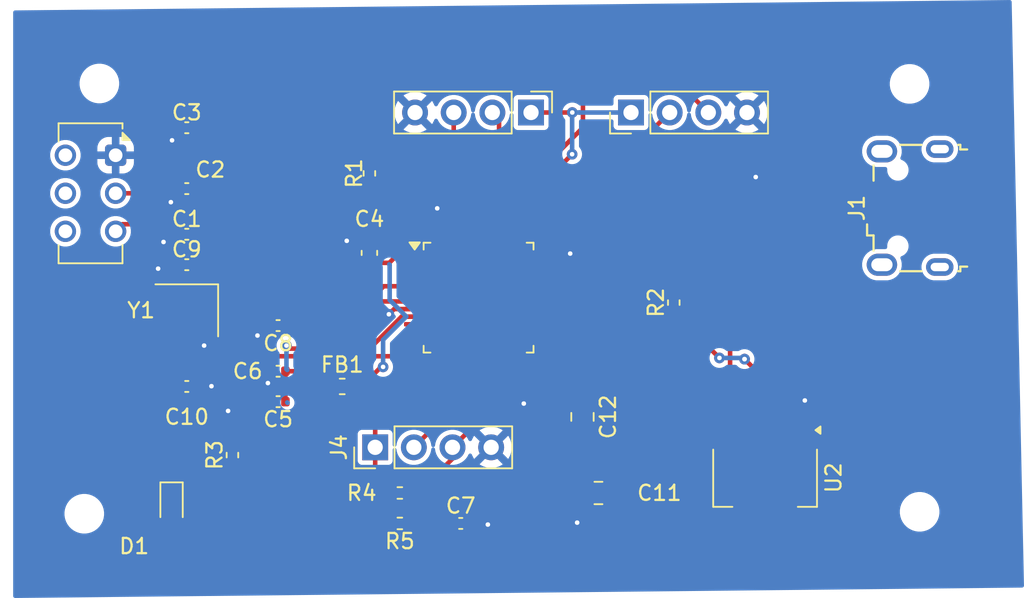
<source format=kicad_pcb>
(kicad_pcb (version 20241229) (generator "pcbnew") (generator_version "9.0")
  (layers (0 "F.Cu" signal) (2 "B.Cu" signal) (13 "F.Paste" user) (15 "B.Paste" user) (5 "F.SilkS" user "F.Silkscreen") (7 "B.SilkS" user "B.Silkscreen") (1 "F.Mask" user) (3 "B.Mask" user) (25 "Edge.Cuts" user))
  (net 0 "")
  (net 1 "GND")
  (net 2 "+3.3V")
  (net 3 "+3.3VA")
  (net 4 "/NRST")
  (net 5 "/HSE_IN")
  (net 6 "/HSE_OUT")
  (net 7 "VBUS")
  (net 8 "/PWR_LED_K")
  (net 11 "/USB_D+")
  (net 12 "/USB_D-")
  (net 16 "/SWCLK")
  (net 17 "/SWDIO")
  (net 18 "/USART1_TX")
  (net 19 "/USART1_RX")
  (net 20 "/12C2_SCL")
  (net 21 "/12C2_SDA")
  (net 22 "/SW_BOOTO")
  (net 23 "/BOOTO")
  (footprint "Capacitor_SMD:C_0402_1005Metric" (layer "F.Cu") (at 122 73 180)
    (property "Reference" "C1" (at 0 1 180) (layer "F.SilkS"))
    (property "Value" "100n")
    (fp_line (start -0.107836 0.36) (end 0.107836 0.36) (stroke (width 0.12)) (layer "F.SilkS"))
    (fp_line (start -0.107836 -0.36) (end 0.107836 -0.36) (stroke (width 0.12)) (layer "F.SilkS"))
    (pad "1" smd roundrect (at -0.48 0 180) (size 0.56 0.62) (layers "F.Cu" "F.Mask" "F.Paste") (net 2 "+3.3V"))
    (pad "2" smd roundrect (at 0.48 0 180) (size 0.56 0.62) (layers "F.Cu" "F.Mask" "F.Paste") (net 1 "GND"))
  )
  (footprint "Connector_PinHeader_2.54mm:PinHeader_1x04_P2.54mm_Vertical" (layer "F.Cu") (at 151.19 65 90)
    (property "Reference" "J2")
    (property "Value" "Conn_01x04_Pin")
    (fp_line (start -1.38 -1.38) (end 0 -1.38) (stroke (width 0.12)) (layer "F.SilkS"))
    (fp_line (start -1.38 0) (end -1.38 -1.38) (stroke (width 0.12)) (layer "F.SilkS"))
    (fp_line (start 1.38 1.27) (end 1.38 9) (stroke (width 0.12)) (layer "F.SilkS"))
    (fp_line (start -1.38 1.27) (end 1.38 1.27) (stroke (width 0.12)) (layer "F.SilkS"))
    (fp_line (start -1.38 1.27) (end -1.38 9) (stroke (width 0.12)) (layer "F.SilkS"))
    (fp_line (start -1.38 9) (end 1.38 9) (stroke (width 0.12)) (layer "F.SilkS"))
    (pad "1" thru_hole rect (at 0 0 90) (size 1.7 1.7) (drill 1) (layers "*.Cu" "*.Mask") (net 2 "+3.3V"))
    (pad "2" thru_hole circle (at 0 2.54 90) (size 1.7 1.7) (drill 1) (layers "*.Cu" "*.Mask") (net 17 "/SWDIO"))
    (pad "3" thru_hole circle (at 0 5.08 90) (size 1.7 1.7) (drill 1) (layers "*.Cu" "*.Mask") (net 16 "/SWCLK"))
    (pad "4" thru_hole circle (at 0 7.62 90) (size 1.7 1.7) (drill 1) (layers "*.Cu" "*.Mask") (net 1 "GND"))
  )
  (footprint "Capacitor_SMD:C_0402_1005Metric" (layer "F.Cu") (at 140 92)
    (property "Reference" "C7" (at 0 -1.16 0) (layer "F.SilkS"))
    (property "Value" "1u")
    (fp_line (start -0.107836 -0.36) (end 0.107836 -0.36) (stroke (width 0.12)) (layer "F.SilkS"))
    (fp_line (start -0.107836 0.36) (end 0.107836 0.36) (stroke (width 0.12)) (layer "F.SilkS"))
    (pad "1" smd roundrect (at -0.48 0) (size 0.56 0.62) (layers "F.Cu" "F.Mask" "F.Paste") (net 2 "+3.3V"))
    (pad "2" smd roundrect (at 0.48 0) (size 0.56 0.62) (layers "F.Cu" "F.Mask" "F.Paste") (net 1 "GND"))
  )
  (footprint "Capacitor_SMD:C_0402_1005Metric" (layer "F.Cu") (at 128 84 180)
    (property "Reference" "C5" (at 0 -1.16 0) (layer "F.SilkS"))
    (property "Value" "10n")
    (fp_line (start -0.107836 0.36) (end 0.107836 0.36) (stroke (width 0.12)) (layer "F.SilkS"))
    (fp_line (start -0.107836 -0.36) (end 0.107836 -0.36) (stroke (width 0.12)) (layer "F.SilkS"))
    (pad "1" smd roundrect (at -0.48 0 180) (size 0.56 0.62) (layers "F.Cu" "F.Mask" "F.Paste") (net 3 "+3.3VA"))
    (pad "2" smd roundrect (at 0.48 0 180) (size 0.56 0.62) (layers "F.Cu" "F.Mask" "F.Paste") (net 1 "GND"))
  )
  (footprint "Capacitor_SMD:C_0402_1005Metric" (layer "F.Cu") (at 128 82 180)
    (property "Reference" "C6" (at 2 0 0) (layer "F.SilkS"))
    (property "Value" "1u")
    (fp_line (start -0.107836 0.36) (end 0.107836 0.36) (stroke (width 0.12)) (layer "F.SilkS"))
    (fp_line (start -0.107836 -0.36) (end 0.107836 -0.36) (stroke (width 0.12)) (layer "F.SilkS"))
    (pad "1" smd roundrect (at -0.48 0 180) (size 0.56 0.62) (layers "F.Cu" "F.Mask" "F.Paste") (net 3 "+3.3VA"))
    (pad "2" smd roundrect (at 0.48 0 180) (size 0.56 0.62) (layers "F.Cu" "F.Mask" "F.Paste") (net 1 "GND"))
  )
  (footprint "Capacitor_SMD:C_0402_1005Metric" (layer "F.Cu") (at 122 66 180)
    (property "Reference" "C3" (at 0 1 0) (layer "F.SilkS"))
    (property "Value" "100n")
    (fp_line (start -0.107836 0.36) (end 0.107836 0.36) (stroke (width 0.12)) (layer "F.SilkS"))
    (fp_line (start -0.107836 -0.36) (end 0.107836 -0.36) (stroke (width 0.12)) (layer "F.SilkS"))
    (pad "1" smd roundrect (at -0.48 0 180) (size 0.56 0.62) (layers "F.Cu" "F.Mask" "F.Paste") (net 2 "+3.3V"))
    (pad "2" smd roundrect (at 0.48 0 180) (size 0.56 0.62) (layers "F.Cu" "F.Mask" "F.Paste") (net 1 "GND"))
  )
  (footprint "Inductor_SMD:L_0603_1608Metric" (layer "F.Cu") (at 132.2125 83)
    (property "Reference" "FB1" (at 0 -1.43 0) (layer "F.SilkS"))
    (property "Value" "120R")
    (fp_line (start -0.162779 -0.51) (end 0.162779 -0.51) (stroke (width 0.12)) (layer "F.SilkS"))
    (fp_line (start -0.162779 0.51) (end 0.162779 0.51) (stroke (width 0.12)) (layer "F.SilkS"))
    (pad "1" smd roundrect (at -0.7875 0) (size 0.875 0.95) (layers "F.Cu" "F.Mask" "F.Paste") (net 3 "+3.3VA"))
    (pad "2" smd roundrect (at 0.7875 0) (size 0.875 0.95) (layers "F.Cu" "F.Mask" "F.Paste") (net 2 "+3.3V"))
  )
  (footprint "Capacitor_SMD:C_0603_1608Metric" (layer "F.Cu") (at 134 74.225 90)
    (property "Reference" "C4" (at 2.225 0 180) (layer "F.SilkS"))
    (property "Value" "10u")
    (fp_line (start -0.14058 -0.51) (end 0.14058 -0.51) (stroke (width 0.12)) (layer "F.SilkS"))
    (fp_line (start -0.14058 0.51) (end 0.14058 0.51) (stroke (width 0.12)) (layer "F.SilkS"))
    (pad "1" smd roundrect (at -0.775 0 90) (size 0.9 0.95) (layers "F.Cu" "F.Mask" "F.Paste") (net 2 "+3.3V"))
    (pad "2" smd roundrect (at 0.775 0 90) (size 0.9 0.95) (layers "F.Cu" "F.Mask" "F.Paste") (net 1 "GND"))
  )
  (footprint "Capacitor_SMD:C_0805_2012Metric" (layer "F.Cu") (at 149.05 90 180)
    (property "Reference" "C11" (at -4 0 0) (layer "F.SilkS"))
    (property "Value" "22u")
    (fp_line (start -0.261252 0.735) (end 0.261252 0.735) (stroke (width 0.12)) (layer "F.SilkS"))
    (fp_line (start -0.261252 -0.735) (end 0.261252 -0.735) (stroke (width 0.12)) (layer "F.SilkS"))
    (pad "1" smd roundrect (at -0.95 0 180) (size 1 1.45) (layers "F.Cu" "F.Mask" "F.Paste") (net 7 "VBUS"))
    (pad "2" smd roundrect (at 0.95 0 180) (size 1 1.45) (layers "F.Cu" "F.Mask" "F.Paste") (net 1 "GND"))
  )
  (footprint "Connector_PinHeader_2.54mm:PinHeader_1x04_P2.54mm_Vertical" (layer "F.Cu") (at 134.38 87 90)
    (property "Reference" "J4" (at 0 -2.38 90) (layer "F.SilkS"))
    (property "Value" "Conn_01x04_Pin")
    (fp_line (start -1.38 -1.38) (end 0 -1.38) (stroke (width 0.12)) (layer "F.SilkS"))
    (fp_line (start -1.38 0) (end -1.38 -1.38) (stroke (width 0.12)) (layer "F.SilkS"))
    (fp_line (start 1.38 1.27) (end 1.38 9) (stroke (width 0.12)) (layer "F.SilkS"))
    (fp_line (start -1.38 1.27) (end 1.38 1.27) (stroke (width 0.12)) (layer "F.SilkS"))
    (fp_line (start -1.38 1.27) (end -1.38 9) (stroke (width 0.12)) (layer "F.SilkS"))
    (fp_line (start -1.38 9) (end 1.38 9) (stroke (width 0.12)) (layer "F.SilkS"))
    (pad "1" thru_hole rect (at 0 0 90) (size 1.7 1.7) (drill 1) (layers "*.Cu" "*.Mask") (net 2 "+3.3V"))
    (pad "2" thru_hole circle (at 0 2.54 90) (size 1.7 1.7) (drill 1) (layers "*.Cu" "*.Mask") (net 20 "/12C2_SCL"))
    (pad "3" thru_hole circle (at 0 5.08 90) (size 1.7 1.7) (drill 1) (layers "*.Cu" "*.Mask") (net 21 "/12C2_SDA"))
    (pad "4" thru_hole circle (at 0 7.62 90) (size 1.7 1.7) (drill 1) (layers "*.Cu" "*.Mask") (net 1 "GND"))
  )
  (footprint "MountingHole:MountingHole_2.1mm" (layer "F.Cu") (at 115.2652 91.3638)
    (property "Reference" "H2")
    (property "Value" "MountingHole")
    (pad "" np_thru_hole circle (at 0 0) (size 2.1 2.1) (drill 2.1) (layers "*.Cu" "*.Mask"))
  )
  (footprint "Resistor_SMD:R_0402_1005Metric" (layer "F.Cu") (at 136 92 180)
    (property "Reference" "R5" (at 0 -1.17 0) (layer "F.SilkS"))
    (property "Value" "1K5")
    (fp_line (start -0.153641 0.38) (end 0.153641 0.38) (stroke (width 0.12)) (layer "F.SilkS"))
    (fp_line (start -0.153641 -0.38) (end 0.153641 -0.38) (stroke (width 0.12)) (layer "F.SilkS"))
    (pad "1" smd roundrect (at -0.51 0 180) (size 0.54 0.64) (layers "F.Cu" "F.Mask" "F.Paste") (net 21 "/12C2_SDA"))
    (pad "2" smd roundrect (at 0.51 0 180) (size 0.54 0.64) (layers "F.Cu" "F.Mask" "F.Paste") (net 2 "+3.3V"))
  )
  (footprint "Crystal:Crystal_SMD_3225-4Pin_3.2x2.5mm" (layer "F.Cu") (at 122 78 180)
    (property "Reference" "Y1" (at 3 0 0) (layer "F.SilkS"))
    (property "Value" "16MHz")
    (fp_line (start -2.06 1.71) (end 2.06 1.71) (stroke (width 0.12)) (layer "F.SilkS"))
    (fp_line (start -2.06 -1.71) (end -2.06 1.71) (stroke (width 0.12)) (layer "F.SilkS"))
    (pad "1" smd roundrect (at -1.1 0.85 180) (size 1.4 1.2) (layers "F.Cu" "F.Mask" "F.Paste") (roundrect_rratio 0.208333) (net 5 "/HSE_IN"))
    (pad "2" smd roundrect (at 1.1 0.85 180) (size 1.4 1.2) (layers "F.Cu" "F.Mask" "F.Paste") (roundrect_rratio 0.208333) (net 1 "GND"))
    (pad "3" smd roundrect (at 1.1 -0.85 180) (size 1.4 1.2) (layers "F.Cu" "F.Mask" "F.Paste") (roundrect_rratio 0.208333) (net 6 "/HSE_OUT"))
    (pad "4" smd roundrect (at -1.1 -0.85 180) (size 1.4 1.2) (layers "F.Cu" "F.Mask" "F.Paste") (roundrect_rratio 0.208333) (net 1 "GND"))
  )
  (footprint "Button_Switch_THT:SW_CK_JS202011AQN_DPDT_Angled" (layer "F.Cu") (at 117.3255 67.8072 -90)
    (property "Reference" "SW1")
    (property "Value" "SW_SPDT")
    (fp_line (start -2.1 3.75) (end -0.9 3.75) (stroke (width 0.12)) (layer "F.SilkS"))
    (fp_line (start 7.1 3.75) (end 5.9 3.75) (stroke (width 0.12)) (layer "F.SilkS"))
    (fp_line (start -2.1 -0.45) (end -2.1 3.75) (stroke (width 0.12)) (layer "F.SilkS"))
    (fp_line (start -1.75 -0.45) (end -2.1 -0.45) (stroke (width 0.12)) (layer "F.SilkS"))
    (fp_line (start 5.9 -0.45) (end 7.1 -0.45) (stroke (width 0.12)) (layer "F.SilkS"))
    (fp_line (start 7.1 -0.45) (end 7.1 3.75) (stroke (width 0.12)) (layer "F.SilkS"))
    (fp_poly (pts (xy -1 -0.45) (xy -1.48 -0.45) (xy -1 -0.93) (xy -1 -0.45)) (stroke (width 0.12)) (fill yes) (layer "F.SilkS"))
    (pad "1" thru_hole roundrect (at 0 0 270) (size 1.4 1.4) (drill 0.9) (layers "*.Cu" "*.Mask") (roundrect_rratio 0.1785714286) (net 1 "GND"))
    (pad "2" thru_hole circle (at 2.5 0 270) (size 1.4 1.4) (drill 0.9) (layers "*.Cu" "*.Mask") (net 22 "/SW_BOOTO"))
    (pad "3" thru_hole circle (at 5 0 270) (size 1.4 1.4) (drill 0.9) (layers "*.Cu" "*.Mask") (net 2 "+3.3V"))
    (pad "4" thru_hole circle (at 5 3.3 270) (size 1.4 1.4) (drill 0.9) (layers "*.Cu" "*.Mask"))
    (pad "5" thru_hole circle (at 2.5 3.3 270) (size 1.4 1.4) (drill 0.9) (layers "*.Cu" "*.Mask"))
    (pad "6" thru_hole circle (at 0 3.3 270) (size 1.4 1.4) (drill 0.9) (layers "*.Cu" "*.Mask"))
  )
  (footprint "Capacitor_SMD:C_0402_1005Metric" (layer "F.Cu") (at 122 83)
    (property "Reference" "C10" (at 0 2 0) (layer "F.SilkS"))
    (property "Value" "10p")
    (fp_line (start -0.107836 -0.36) (end 0.107836 -0.36) (stroke (width 0.12)) (layer "F.SilkS"))
    (fp_line (start -0.107836 0.36) (end 0.107836 0.36) (stroke (width 0.12)) (layer "F.SilkS"))
    (pad "1" smd roundrect (at -0.48 0) (size 0.56 0.62) (layers "F.Cu" "F.Mask" "F.Paste") (net 6 "/HSE_OUT"))
    (pad "2" smd roundrect (at 0.48 0) (size 0.56 0.62) (layers "F.Cu" "F.Mask" "F.Paste") (net 1 "GND"))
  )
  (footprint "Resistor_SMD:R_0402_1005Metric" (layer "F.Cu") (at 154 77.49 90)
    (property "Reference" "R2" (at 0 -1.17 90) (layer "F.SilkS"))
    (property "Value" "1K5")
    (fp_line (start -0.153641 -0.38) (end 0.153641 -0.38) (stroke (width 0.12)) (layer "F.SilkS"))
    (fp_line (start -0.153641 0.38) (end 0.153641 0.38) (stroke (width 0.12)) (layer "F.SilkS"))
    (pad "1" smd roundrect (at -0.51 0 90) (size 0.54 0.64) (layers "F.Cu" "F.Mask" "F.Paste") (net 2 "+3.3V"))
    (pad "2" smd roundrect (at 0.51 0 90) (size 0.54 0.64) (layers "F.Cu" "F.Mask" "F.Paste") (net 12 "/USB_D-"))
  )
  (footprint "LED_SMD:LED_0603_1608Metric" (layer "F.Cu") (at 121 90.7875 -90)
    (property "Reference" "D1" (at 2.7099 2.4582 180) (layer "F.SilkS"))
    (property "Value" "LED")
    (fp_line (start -1.485 0.735) (end 0.8 0.735) (stroke (width 0.12)) (layer "F.SilkS"))
    (fp_line (start -1.485 -0.735) (end -1.485 0.735) (stroke (width 0.12)) (layer "F.SilkS"))
    (fp_line (start 0.8 -0.735) (end -1.485 -0.735) (stroke (width 0.12)) (layer "F.SilkS"))
    (pad "1" smd roundrect (at -0.7875 0 270) (size 0.875 0.95) (layers "F.Cu" "F.Mask" "F.Paste") (net 8 "/PWR_LED_K"))
    (pad "2" smd roundrect (at 0.7875 0 270) (size 0.875 0.95) (layers "F.Cu" "F.Mask" "F.Paste") (net 2 "+3.3V"))
  )
  (footprint "Resistor_SMD:R_0402_1005Metric" (layer "F.Cu") (at 125 87.51 90)
    (property "Reference" "R3" (at 0 -1.17 90) (layer "F.SilkS"))
    (property "Value" "1k5")
    (fp_line (start -0.153641 -0.38) (end 0.153641 -0.38) (stroke (width 0.12)) (layer "F.SilkS"))
    (fp_line (start -0.153641 0.38) (end 0.153641 0.38) (stroke (width 0.12)) (layer "F.SilkS"))
    (pad "1" smd roundrect (at -0.51 0 90) (size 0.54 0.64) (layers "F.Cu" "F.Mask" "F.Paste") (net 8 "/PWR_LED_K"))
    (pad "2" smd roundrect (at 0.51 0 90) (size 0.54 0.64) (layers "F.Cu" "F.Mask" "F.Paste") (net 1 "GND"))
  )
  (footprint "Capacitor_SMD:C_0805_2012Metric" (layer "F.Cu") (at 148 85 -90)
    (property "Reference" "C12" (at 0 -1.68 90) (layer "F.SilkS"))
    (property "Value" "22u")
    (fp_line (start -0.261252 0.735) (end 0.261252 0.735) (stroke (width 0.12)) (layer "F.SilkS"))
    (fp_line (start -0.261252 -0.735) (end 0.261252 -0.735) (stroke (width 0.12)) (layer "F.SilkS"))
    (pad "1" smd roundrect (at -0.95 0 270) (size 1 1.45) (layers "F.Cu" "F.Mask" "F.Paste") (net 2 "+3.3V"))
    (pad "2" smd roundrect (at 0.95 0 270) (size 1 1.45) (layers "F.Cu" "F.Mask" "F.Paste") (net 1 "GND"))
  )
  (footprint "Package_QFP:LQFP-48_7x7mm_P0.5mm" (layer "F.Cu") (at 141.1732 77.1652)
    (property "Reference" "U1" (hide yes))
    (property "Value" "STM32F103C8T6")
    (fp_line (start -3.61 -3.61) (end -3.61 -3.16) (stroke (width 0.12)) (layer "F.SilkS"))
    (fp_line (start -3.61 3.61) (end -3.61 3.16) (stroke (width 0.12)) (layer "F.SilkS"))
    (fp_line (start -3.16 -3.61) (end -3.61 -3.61) (stroke (width 0.12)) (layer "F.SilkS"))
    (fp_line (start -3.16 3.61) (end -3.61 3.61) (stroke (width 0.12)) (layer "F.SilkS"))
    (fp_line (start 3.16 -3.61) (end 3.61 -3.61) (stroke (width 0.12)) (layer "F.SilkS"))
    (fp_line (start 3.16 3.61) (end 3.61 3.61) (stroke (width 0.12)) (layer "F.SilkS"))
    (fp_line (start 3.61 -3.61) (end 3.61 -3.16) (stroke (width 0.12)) (layer "F.SilkS"))
    (fp_line (start 3.61 3.61) (end 3.61 3.16) (stroke (width 0.12)) (layer "F.SilkS"))
    (fp_poly (pts (xy -4.2 -3.16) (xy -4.54 -3.63) (xy -3.86 -3.63)) (stroke (width 0.12)) (fill yes) (layer "F.SilkS"))
    (pad "1" smd roundrect (at -4.1625 -2.75) (size 1.475 0.3) (layers "F.Cu" "F.Mask" "F.Paste") (net 2 "+3.3V"))
    (pad "2" smd roundrect (at -4.1625 -2.25) (size 1.475 0.3) (layers "F.Cu" "F.Mask" "F.Paste"))
    (pad "3" smd roundrect (at -4.1625 -1.75) (size 1.475 0.3) (layers "F.Cu" "F.Mask" "F.Paste"))
    (pad "4" smd roundrect (at -4.1625 -1.25) (size 1.475 0.3) (layers "F.Cu" "F.Mask" "F.Paste"))
    (pad "5" smd roundrect (at -4.1625 -0.75) (size 1.475 0.3) (layers "F.Cu" "F.Mask" "F.Paste") (net 5 "/HSE_IN"))
    (pad "6" smd roundrect (at -4.1625 -0.25) (size 1.475 0.3) (layers "F.Cu" "F.Mask" "F.Paste") (net 6 "/HSE_OUT"))
    (pad "7" smd roundrect (at -4.1625 0.25) (size 1.475 0.3) (layers "F.Cu" "F.Mask" "F.Paste") (net 4 "/NRST"))
    (pad "8" smd roundrect (at -4.1625 0.75) (size 1.475 0.3) (layers "F.Cu" "F.Mask" "F.Paste") (net 1 "GND"))
    (pad "9" smd roundrect (at -4.1625 1.25) (size 1.475 0.3) (layers "F.Cu" "F.Mask" "F.Paste") (net 3 "+3.3VA"))
    (pad "10" smd roundrect (at -4.1625 1.75) (size 1.475 0.3) (layers "F.Cu" "F.Mask" "F.Paste"))
    (pad "11" smd roundrect (at -4.1625 2.25) (size 1.475 0.3) (layers "F.Cu" "F.Mask" "F.Paste"))
    (pad "12" smd roundrect (at -4.1625 2.75) (size 1.475 0.3) (layers "F.Cu" "F.Mask" "F.Paste"))
    (pad "13" smd roundrect (at -2.75 4.1625) (size 0.3 1.475) (layers "F.Cu" "F.Mask" "F.Paste"))
    (pad "14" smd roundrect (at -2.25 4.1625) (size 0.3 1.475) (layers "F.Cu" "F.Mask" "F.Paste"))
    (pad "15" smd roundrect (at -1.75 4.1625) (size 0.3 1.475) (layers "F.Cu" "F.Mask" "F.Paste"))
    (pad "16" smd roundrect (at -1.25 4.1625) (size 0.3 1.475) (layers "F.Cu" "F.Mask" "F.Paste"))
    (pad "17" smd roundrect (at -0.75 4.1625) (size 0.3 1.475) (layers "F.Cu" "F.Mask" "F.Paste"))
    (pad "18" smd roundrect (at -0.25 4.1625) (size 0.3 1.475) (layers "F.Cu" "F.Mask" "F.Paste"))
    (pad "19" smd roundrect (at 0.25 4.1625) (size 0.3 1.475) (layers "F.Cu" "F.Mask" "F.Paste"))
    (pad "20" smd roundrect (at 0.75 4.1625) (size 0.3 1.475) (layers "F.Cu" "F.Mask" "F.Paste"))
    (pad "21" smd roundrect (at 1.25 4.1625) (size 0.3 1.475) (layers "F.Cu" "F.Mask" "F.Paste") (net 20 "/12C2_SCL"))
    (pad "22" smd roundrect (at 1.75 4.1625) (size 0.3 1.475) (layers "F.Cu" "F.Mask" "F.Paste") (net 21 "/12C2_SDA"))
    (pad "23" smd roundrect (at 2.25 4.1625) (size 0.3 1.475) (layers "F.Cu" "F.Mask" "F.Paste") (net 1 "GND"))
    (pad "24" smd roundrect (at 2.75 4.1625) (size 0.3 1.475) (layers "F.Cu" "F.Mask" "F.Paste") (net 2 "+3.3V"))
    (pad "25" smd roundrect (at 4.1625 2.75) (size 1.475 0.3) (layers "F.Cu" "F.Mask" "F.Paste"))
    (pad "26" smd roundrect (at 4.1625 2.25) (size 1.475 0.3) (layers "F.Cu" "F.Mask" "F.Paste"))
    (pad "27" smd roundrect (at 4.1625 1.75) (size 1.475 0.3) (layers "F.Cu" "F.Mask" "F.Paste"))
    (pad "28" smd roundrect (at 4.1625 1.25) (size 1.475 0.3) (layers "F.Cu" "F.Mask" "F.Paste"))
    (pad "29" smd roundrect (at 4.1625 0.75) (size 1.475 0.3) (layers "F.Cu" "F.Mask" "F.Paste"))
    (pad "30" smd roundrect (at 4.1625 0.25) (size 1.475 0.3) (layers "F.Cu" "F.Mask" "F.Paste"))
    (pad "31" smd roundrect (at 4.1625 -0.25) (size 1.475 0.3) (layers "F.Cu" "F.Mask" "F.Paste"))
    (pad "32" smd roundrect (at 4.1625 -0.75) (size 1.475 0.3) (layers "F.Cu" "F.Mask" "F.Paste") (net 12 "/USB_D-"))
    (pad "33" smd roundrect (at 4.1625 -1.25) (size 1.475 0.3) (layers "F.Cu" "F.Mask" "F.Paste") (net 11 "/USB_D+"))
    (pad "34" smd roundrect (at 4.1625 -1.75) (size 1.475 0.3) (layers "F.Cu" "F.Mask" "F.Paste") (net 17 "/SWDIO"))
    (pad "35" smd roundrect (at 4.1625 -2.25) (size 1.475 0.3) (layers "F.Cu" "F.Mask" "F.Paste") (net 1 "GND"))
    (pad "36" smd roundrect (at 4.1625 -2.75) (size 1.475 0.3) (layers "F.Cu" "F.Mask" "F.Paste") (net 2 "+3.3V"))
    (pad "37" smd roundrect (at 2.75 -4.1625) (size 0.3 1.475) (layers "F.Cu" "F.Mask" "F.Paste") (net 16 "/SWCLK"))
    (pad "38" smd roundrect (at 2.25 -4.1625) (size 0.3 1.475) (layers "F.Cu" "F.Mask" "F.Paste"))
    (pad "39" smd roundrect (at 1.75 -4.1625) (size 0.3 1.475) (layers "F.Cu" "F.Mask" "F.Paste"))
    (pad "40" smd roundrect (at 1.25 -4.1625) (size 0.3 1.475) (layers "F.Cu" "F.Mask" "F.Paste"))
    (pad "41" smd roundrect (at 0.75 -4.1625) (size 0.3 1.475) (layers "F.Cu" "F.Mask" "F.Paste"))
    (pad "42" smd roundrect (at 0.25 -4.1625) (size 0.3 1.475) (layers "F.Cu" "F.Mask" "F.Paste") (net 18 "/USART1_TX"))
    (pad "43" smd roundrect (at -0.25 -4.1625) (size 0.3 1.475) (layers "F.Cu" "F.Mask" "F.Paste") (net 19 "/USART1_RX"))
    (pad "44" smd roundrect (at -0.75 -4.1625) (size 0.3 1.475) (layers "F.Cu" "F.Mask" "F.Paste") (net 23 "/BOOTO"))
    (pad "45" smd roundrect (at -1.25 -4.1625) (size 0.3 1.475) (layers "F.Cu" "F.Mask" "F.Paste"))
    (pad "46" smd roundrect (at -1.75 -4.1625) (size 0.3 1.475) (layers "F.Cu" "F.Mask" "F.Paste"))
    (pad "47" smd roundrect (at -2.25 -4.1625) (size 0.3 1.475) (layers "F.Cu" "F.Mask" "F.Paste") (net 1 "GND"))
    (pad "48" smd roundrect (at -2.75 -4.1625) (size 0.3 1.475) (layers "F.Cu" "F.Mask" "F.Paste") (net 2 "+3.3V"))
  )
  (footprint "Connector_USB:USB_Micro-B_Wuerth_629105150521" (layer "F.Cu") (at 169.5266 71.2774 90)
    (property "Reference" "J1" (at 0 -3.5 90) (layer "F.SilkS"))
    (property "Value" "USB_B_Micro")
    (fp_line (start -1.075 -2.825) (end -1.8 -2.825) (stroke (width 0.15)) (layer "F.SilkS"))
    (fp_line (start -1.8 -2.825) (end -1.8 -2.4) (stroke (width 0.15)) (layer "F.SilkS"))
    (fp_line (start 1.8 -2.4) (end 2.8 -2.4) (stroke (width 0.15)) (layer "F.SilkS"))
    (fp_line (start -1.8 -2.4) (end -2.8 -2.4) (stroke (width 0.15)) (layer "F.SilkS"))
    (fp_line (start -4.15 -0.65) (end -4.15 0.75) (stroke (width 0.15)) (layer "F.SilkS"))
    (fp_line (start 4.15 0.75) (end 4.15 -0.65) (stroke (width 0.15)) (layer "F.SilkS"))
    (fp_line (start -4.15 3.15) (end -4.15 3.3) (stroke (width 0.15)) (layer "F.SilkS"))
    (fp_line (start 4.15 3.3) (end 4.15 3.15) (stroke (width 0.15)) (layer "F.SilkS"))
    (fp_line (start 3.85 3.3) (end 4.15 3.3) (stroke (width 0.15)) (layer "F.SilkS"))
    (fp_line (start -3.85 3.3) (end -3.85 3.75) (stroke (width 0.15)) (layer "F.SilkS"))
    (fp_line (start -4.15 3.3) (end -3.85 3.3) (stroke (width 0.15)) (layer "F.SilkS"))
    (fp_line (start 3.85 3.75) (end 3.85 3.3) (stroke (width 0.15)) (layer "F.SilkS"))
    (pad "" np_thru_hole oval (at -2.5 -0.8 90) (size 0.8 0.8) (drill 0.8) (layers "*.Cu" "*.Mask"))
    (pad "" np_thru_hole oval (at 2.5 -0.8 90) (size 0.8 0.8) (drill 0.8) (layers "*.Cu" "*.Mask"))
    (pad "1" smd rect (at -1.3 -1.9 90) (size 0.45 1.3) (layers "F.Cu" "F.Mask" "F.Paste") (net 7 "VBUS"))
    (pad "2" smd rect (at -0.65 -1.9 90) (size 0.45 1.3) (layers "F.Cu" "F.Mask" "F.Paste") (net 12 "/USB_D-"))
    (pad "3" smd rect (at 0 -1.9 90) (size 0.45 1.3) (layers "F.Cu" "F.Mask" "F.Paste") (net 11 "/USB_D+"))
    (pad "4" smd rect (at 0.65 -1.9 90) (size 0.45 1.3) (layers "F.Cu" "F.Mask" "F.Paste"))
    (pad "5" smd rect (at 1.3 -1.9 90) (size 0.45 1.3) (layers "F.Cu" "F.Mask" "F.Paste") (net 1 "GND"))
    (pad "6" thru_hole oval (at -3.875 1.95 90) (size 1.15 1.8) (drill oval 0.55 1.2) (property pad_prop_heatsink) (layers "*.Cu" "*.Mask"))
    (pad "6" thru_hole oval (at -3.725 -1.85 90) (size 1.45 2) (drill oval 0.85 1.4) (property pad_prop_heatsink) (layers "*.Cu" "*.Mask"))
    (pad "6" thru_hole oval (at 3.725 -1.85 90) (size 1.45 2) (drill oval 0.85 1.4) (property pad_prop_heatsink) (layers "*.Cu" "*.Mask"))
    (pad "6" thru_hole oval (at 3.875 1.95 90) (size 1.15 1.8) (drill oval 0.55 1.2) (property pad_prop_heatsink) (layers "*.Cu" "*.Mask"))
  )
  (footprint "Resistor_SMD:R_0402_1005Metric" (layer "F.Cu") (at 136 90 180)
    (property "Reference" "R4" (at 2.51 0 0) (layer "F.SilkS"))
    (property "Value" "1K5")
    (fp_line (start -0.153641 0.38) (end 0.153641 0.38) (stroke (width 0.12)) (layer "F.SilkS"))
    (fp_line (start -0.153641 -0.38) (end 0.153641 -0.38) (stroke (width 0.12)) (layer "F.SilkS"))
    (pad "1" smd roundrect (at -0.51 0 180) (size 0.54 0.64) (layers "F.Cu" "F.Mask" "F.Paste") (net 21 "/12C2_SDA"))
    (pad "2" smd roundrect (at 0.51 0 180) (size 0.54 0.64) (layers "F.Cu" "F.Mask" "F.Paste") (net 2 "+3.3V"))
  )
  (footprint "Capacitor_SMD:C_0402_1005Metric" (layer "F.Cu") (at 122 75 180)
    (property "Reference" "C9" (at 0 1 0) (layer "F.SilkS"))
    (property "Value" "10p")
    (fp_line (start -0.107836 0.36) (end 0.107836 0.36) (stroke (width 0.12)) (layer "F.SilkS"))
    (fp_line (start -0.107836 -0.36) (end 0.107836 -0.36) (stroke (width 0.12)) (layer "F.SilkS"))
    (pad "1" smd roundrect (at -0.48 0 180) (size 0.56 0.62) (layers "F.Cu" "F.Mask" "F.Paste") (net 5 "/HSE_IN"))
    (pad "2" smd roundrect (at 0.48 0 180) (size 0.56 0.62) (layers "F.Cu" "F.Mask" "F.Paste") (net 1 "GND"))
  )
  (footprint "MountingHole:MountingHole_2.1mm" (layer "F.Cu") (at 170.1546 91.2368)
    (property "Reference" "H4")
    (property "Value" "MountingHole")
    (pad "" np_thru_hole circle (at 0 0) (size 2.1 2.1) (drill 2.1) (layers "*.Cu" "*.Mask"))
  )
  (footprint "Resistor_SMD:R_0402_1005Metric" (layer "F.Cu") (at 134 69 -90)
    (property "Reference" "R1" (at 0 1 90) (layer "F.SilkS"))
    (property "Value" "10k")
    (fp_line (start -0.153641 0.38) (end 0.153641 0.38) (stroke (width 0.12)) (layer "F.SilkS"))
    (fp_line (start -0.153641 -0.38) (end 0.153641 -0.38) (stroke (width 0.12)) (layer "F.SilkS"))
    (pad "1" smd roundrect (at -0.51 0 270) (size 0.54 0.64) (layers "F.Cu" "F.Mask" "F.Paste") (net 22 "/SW_BOOTO"))
    (pad "2" smd roundrect (at 0.51 0 270) (size 0.54 0.64) (layers "F.Cu" "F.Mask" "F.Paste") (net 23 "/BOOTO"))
  )
  (footprint "MountingHole:MountingHole_2.1mm" (layer "F.Cu") (at 116.2558 63.0936)
    (property "Reference" "H1")
    (property "Value" "MountingHole")
    (pad "" np_thru_hole circle (at 0 0) (size 2.1 2.1) (drill 2.1) (layers "*.Cu" "*.Mask"))
  )
  (footprint "MountingHole:MountingHole_2.1mm" (layer "F.Cu") (at 169.4942 63.119)
    (property "Reference" "H3")
    (property "Value" "MountingHole")
    (pad "" np_thru_hole circle (at 0 0) (size 2.1 2.1) (drill 2.1) (layers "*.Cu" "*.Mask"))
  )
  (footprint "Capacitor_SMD:C_0402_1005Metric" (layer "F.Cu") (at 128 79 180)
    (property "Reference" "C8" (at 0 -1.16 0) (layer "F.SilkS"))
    (property "Value" "100n")
    (fp_line (start -0.107836 0.36) (end 0.107836 0.36) (stroke (width 0.12)) (layer "F.SilkS"))
    (fp_line (start -0.107836 -0.36) (end 0.107836 -0.36) (stroke (width 0.12)) (layer "F.SilkS"))
    (pad "1" smd roundrect (at -0.48 0 180) (size 0.56 0.62) (layers "F.Cu" "F.Mask" "F.Paste") (net 4 "/NRST"))
    (pad "2" smd roundrect (at 0.48 0 180) (size 0.56 0.62) (layers "F.Cu" "F.Mask" "F.Paste") (net 1 "GND"))
  )
  (footprint "Capacitor_SMD:C_0402_1005Metric" (layer "F.Cu") (at 122 70 180)
    (property "Reference" "C2" (at -1.5456 1.2422 180) (layer "F.SilkS"))
    (property "Value" "100n")
    (fp_line (start -0.107836 0.36) (end 0.107836 0.36) (stroke (width 0.12)) (layer "F.SilkS"))
    (fp_line (start -0.107836 -0.36) (end 0.107836 -0.36) (stroke (width 0.12)) (layer "F.SilkS"))
    (pad "1" smd roundrect (at -0.48 0 180) (size 0.56 0.62) (layers "F.Cu" "F.Mask" "F.Paste") (net 2 "+3.3V"))
    (pad "2" smd roundrect (at 0.48 0 180) (size 0.56 0.62) (layers "F.Cu" "F.Mask" "F.Paste") (net 1 "GND"))
  )
  (footprint "Connector_PinHeader_2.54mm:PinHeader_1x04_P2.54mm_Vertical" (layer "F.Cu") (at 144.62 65 -90)
    (property "Reference" "J3")
    (property "Value" "Conn_01x04_Pin")
    (fp_line (start -1.38 9) (end 1.38 9) (stroke (width 0.12)) (layer "F.SilkS"))
    (fp_line (start -1.38 1.27) (end -1.38 9) (stroke (width 0.12)) (layer "F.SilkS"))
    (fp_line (start -1.38 1.27) (end 1.38 1.27) (stroke (width 0.12)) (layer "F.SilkS"))
    (fp_line (start 1.38 1.27) (end 1.38 9) (stroke (width 0.12)) (layer "F.SilkS"))
    (fp_line (start -1.38 0) (end -1.38 -1.38) (stroke (width 0.12)) (layer "F.SilkS"))
    (fp_line (start -1.38 -1.38) (end 0 -1.38) (stroke (width 0.12)) (layer "F.SilkS"))
    (pad "1" thru_hole rect (at 0 0 270) (size 1.7 1.7) (drill 1) (layers "*.Cu" "*.Mask") (net 2 "+3.3V"))
    (pad "2" thru_hole circle (at 0 2.54 270) (size 1.7 1.7) (drill 1) (layers "*.Cu" "*.Mask") (net 18 "/USART1_TX"))
    (pad "3" thru_hole circle (at 0 5.08 270) (size 1.7 1.7) (drill 1) (layers "*.Cu" "*.Mask") (net 19 "/USART1_RX"))
    (pad "4" thru_hole circle (at 0 7.62 270) (size 1.7 1.7) (drill 1) (layers "*.Cu" "*.Mask") (net 1 "GND"))
  )
  (footprint "Package_TO_SOT_SMD:SOT-223-3_TabPin2" (layer "F.Cu") (at 160 89 -90)
    (property "Reference" "U2" (at 0 -4.5 90) (layer "F.SilkS"))
    (property "Value" "AMS1117-3.3")
    (fp_line (start -1.85 3.41) (end 1.91 3.41) (stroke (width 0.12)) (layer "F.SilkS"))
    (fp_line (start 1.91 3.41) (end 1.91 2.15) (stroke (width 0.12)) (layer "F.SilkS"))
    (fp_line (start -1.85 -3.41) (end 1.91 -3.41) (stroke (width 0.12)) (layer "F.SilkS"))
    (fp_line (start 1.91 -3.41) (end 1.91 -2.15) (stroke (width 0.12)) (layer "F.SilkS"))
    (fp_poly (pts (xy -3.13 -3.31) (xy -3.37 -3.64) (xy -2.89 -3.64) (xy -3.13 -3.31)) (stroke (width 0.12)) (fill yes) (layer "F.SilkS"))
    (pad "1" smd roundrect (at -3.15 -2.3 270) (size 2 1.5) (layers "F.Cu" "F.Mask" "F.Paste") (net 1 "GND"))
    (pad "2" smd roundrect (at -3.15 0 270) (size 2 1.5) (layers "F.Cu" "F.Mask" "F.Paste") (net 2 "+3.3V"))
    (pad "2" smd roundrect (at 3.15 0 270) (size 2 3.8) (layers "F.Cu" "F.Mask" "F.Paste") (net 2 "+3.3V"))
    (pad "3" smd roundrect (at -3.15 2.3 270) (size 2 1.5) (layers "F.Cu" "F.Mask" "F.Paste") (net 7 "VBUS"))
  )
  (gr_text "Dey_noh" (at 150.5458 72.009 0) (layer "F.Cu") (effects (font (size 1.5 1.5) (thickness 0.3) (bold yes)) (justify left bottom)))
  (segment (start 132.5304 73.45) (end 132.5118 73.4314) (width 0.5) (layer "F.Cu") (net 1))
  (segment (start 123.6036 83) (end 123.6218 82.9818) (width 0.5) (layer "F.Cu") (net 1))
  (segment (start 146.5494 74.9132) (end 147.193 74.2696) (width 0.3) (layer "F.Cu") (net 1))
  (segment (start 127.52 82.5888) (end 127.3302 82.7786) (width 0.5) (layer "F.Cu") (net 1))
  (segment (start 121.52 70.3262) (end 120.9548 70.8914) (width 0.5) (layer "F.Cu") (net 1))
  (segment (start 121.52 73) (end 120.9798 73) (width 0.5) (layer "F.Cu") (net 1))
  (segment (start 161.1126 69.9774) (end 160.4264 69.2912) (width 0.3) (layer "F.Cu") (net 1))
  (segment (start 120.9 75.62) (end 121.52 75) (width 0.3) (layer "F.Cu") (net 1))
  (segment (start 121.52 66.3384) (end 121.031 66.8274) (width 0.5) (layer "F.Cu") (net 1))
  (segment (start 125 85.5914) (end 125 84.8934) (width 0.3) (layer "F.Cu") (net 1))
  (segment (start 148.1 91.4982) (end 147.6502 91.948) (width 0.3) (layer "F.Cu") (net 1))
  (segment (start 143.4232 84.2772) (end 143.4232 85.6558) (width 0.3) (layer "F.Cu") (net 1))
  (segment (start 138.9232 71.7656) (end 138.4554 71.2978) (width 0.3) (layer "F.Cu") (net 1))
  (segment (start 123.1 78.85) (end 123.1 80.2756) (width 0.5) (layer "F.Cu") (net 1))
  (segment (start 160.4264 69.2912) (end 160.4264 66.6164) (width 0.3) (layer "F.Cu") (net 1))
  (segment (start 120.3768 75) (end 120.1166 75.2602) (width 0.5) (layer "F.Cu") (net 1))
  (segment (start 143.4232 85.6558) (end 143.129 85.95) (width 0.3) (layer "F.Cu") (net 1))
  (segment (start 145.3357 74.9152) (end 146.145279 74.9152) (width 0.3) (layer "F.Cu") (net 1))
  (segment (start 148.1 90) (end 148.1 86.05) (width 0.3) (layer "F.Cu") (net 1))
  (segment (start 160.4264 66.6164) (end 158.81 65) (width 0.3) (layer "F.Cu") (net 1))
  (segment (start 126.5914 84) (end 127.52 84) (width 0.3) (layer "F.Cu") (net 1))
  (segment (start 125 87) (end 125 85.5914) (width 0.3) (layer "F.Cu") (net 1))
  (segment (start 120.9798 73) (end 120.4722 73.5076) (width 0.5) (layer "F.Cu") (net 1))
  (segment (start 122.48 83) (end 123.6036 83) (width 0.5) (layer "F.Cu") (net 1))
  (segment (start 125 84.8934) (end 124.714 84.6074) (width 0.3) (layer "F.Cu") (net 1))
  (segment (start 120.9 77.15) (end 120.9 75.62) (width 0.3) (layer "F.Cu") (net 1))
  (segment (start 127.52 82) (end 127.52 82.5888) (width 0.5) (layer "F.Cu") (net 1))
  (segment (start 148.1 86.05) (end 148 85.95) (width 0.3) (layer "F.Cu") (net 1))
  (segment (start 143.129 85.95) (end 143.05 85.95) (width 0.3) (layer "F.Cu") (net 1))
  (segment (start 159.4358 69.2912) (end 159.385 69.2404) (width 0.3) (layer "F.Cu") (net 1))
  (segment (start 148.1 90) (end 148.1 91.4982) (width 0.3) (layer "F.Cu") (net 1))
  (segment (start 135.6226 77.9152) (end 135.280725 78.257075) (width 0.3) (layer "F.Cu") (net 1))
  (segment (start 143.9926 84.2772) (end 144.145 84.1248) (width 0.3) (layer "F.Cu") (net 1))
  (segment (start 140.48 92) (end 141.7078 92) (width 0.3) (layer "F.Cu") (net 1))
  (segment (start 146.145279 74.9152) (end 146.147279 74.9132) (width 0.3) (layer "F.Cu") (net 1))
  (segment (start 125 85.5914) (end 126.5914 84) (width 0.3) (layer "F.Cu") (net 1))
  (segment (start 127.2988 79) (end 126.6444 79.6544) (width 0.5) (layer "F.Cu") (net 1))
  (segment (start 167.6266 69.9774) (end 161.1126 69.9774) (width 0.3) (layer "F.Cu") (net 1))
  (segment (start 137.0107 77.9152) (end 135.6226 77.9152) (width 0.3) (layer "F.Cu") (net 1))
  (segment (start 141.7078 92) (end 141.7828 92.075) (width 0.3) (layer "F.Cu") (net 1))
  (segment (start 140.48 92) (end 140.48 88.52) (width 0.3) (layer "F.Cu") (net 1))
  (segment (start 134 73.45) (end 132.5304 73.45) (width 0.5) (layer "F.Cu") (net 1))
  (segment (start 148 85.95) (end 143.129 85.95) (width 0.3) (layer "F.Cu") (net 1))
  (segment (start 143.4232 81.3277) (end 143.4232 84.2772) (width 0.3) (layer "F.Cu") (net 1))
  (segment (start 138.9232 73.0027) (end 138.9232 71.7656) (width 0.3) (layer "F.Cu") (net 1))
  (segment (start 121.52 66) (end 121.52 66.3384) (width 0.5) (layer "F.Cu") (net 1))
  (segment (start 121.52 75) (end 120.3768 75) (width 0.5) (layer "F.Cu") (net 1))
  (segment (start 123.1 80.2756) (end 123.1392 80.3148) (width 0.5) (layer "F.Cu") (net 1))
  (segment (start 162.3 84.2324) (end 162.6108 83.9216) (width 0.5) (layer "F.Cu") (net 1))
  (segment (start 143.05 85.95) (end 142 87) (width 0.3) (layer "F.Cu") (net 1))
  (segment (start 127.52 79) (end 127.2988 79) (width 0.5) (layer "F.Cu") (net 1))
  (segment (start 146.147279 74.9132) (end 146.5494 74.9132) (width 0.3) (layer "F.Cu") (net 1))
  (segment (start 143.4232 84.2772) (end 143.9926 84.2772) (width 0.3) (layer "F.Cu") (net 1))
  (segment (start 121.52 70) (end 121.52 70.3262) (width 0.5) (layer "F.Cu") (net 1))
  (segment (start 160.4264 69.2912) (end 159.4358 69.2912) (width 0.3) (layer "F.Cu") (net 1))
  (segment (start 140.48 88.52) (end 142 87) (width 0.3) (layer "F.Cu") (net 1))
  (segment (start 162.3 85.85) (end 162.3 84.2324) (width 0.5) (layer "F.Cu") (net 1))
  (via (at 147.6502 91.948) (size 0.7) (drill 0.3) (layers "F.Cu" "B.Cu") (net 1))
  (via (at 138.4554 71.2978) (size 0.7) (drill 0.3) (layers "F.Cu" "B.Cu") (net 1))
  (via (at 126.6444 79.6544) (size 0.7) (drill 0.3) (layers "F.Cu" "B.Cu") (net 1))
  (via (at 121.031 66.8274) (size 0.7) (drill 0.3) (layers "F.Cu" "B.Cu") (net 1))
  (via (at 124.714 84.6074) (size 0.7) (drill 0.3) (layers "F.Cu" "B.Cu") (net 1))
  (via (at 147.193 74.2696) (size 0.7) (drill 0.3) (layers "F.Cu" "B.Cu") (net 1))
  (via (at 144.145 84.1248) (size 0.7) (drill 0.3) (layers "F.Cu" "B.Cu") (net 1))
  (via (at 127.3302 82.7786) (size 0.7) (drill 0.3) (layers "F.Cu" "B.Cu") (net 1))
  (via (at 132.5118 73.4314) (size 0.7) (drill 0.3) (layers "F.Cu" "B.Cu") (net 1))
  (via (at 120.1166 75.2602) (size 0.7) (drill 0.3) (layers "F.Cu" "B.Cu") (net 1))
  (via (at 123.6218 82.9818) (size 0.7) (drill 0.3) (layers "F.Cu" "B.Cu") (net 1))
  (via (at 135.280725 78.257075) (size 0.7) (drill 0.3) (layers "F.Cu" "B.Cu") (net 1))
  (via (at 159.385 69.2404) (size 0.7) (drill 0.3) (layers "F.Cu" "B.Cu") (net 1))
  (via (at 120.4722 73.5076) (size 0.7) (drill 0.3) (layers "F.Cu" "B.Cu") (net 1))
  (via (at 123.1392 80.3148) (size 0.7) (drill 0.3) (layers "F.Cu" "B.Cu") (net 1))
  (via (at 120.9548 70.8914) (size 0.7) (drill 0.3) (layers "F.Cu" "B.Cu") (net 1))
  (via (at 141.7828 92.075) (size 0.7) (drill 0.3) (layers "F.Cu" "B.Cu") (net 1))
  (via (at 162.6108 83.9216) (size 0.7) (drill 0.3) (layers "F.Cu" "B.Cu") (net 1))
  (segment (start 126.1106 73) (end 122.48 73) (width 0.3) (layer "F.Cu") (net 2))
  (segment (start 125.6792 89.0016) (end 123.1058 91.575) (width 0.3) (layer "F.Cu") (net 2))
  (segment (start 139.241766 74.6633) (end 138.4232 73.844734) (width 0.3) (layer "F.Cu") (net 2))
  (segment (start 135.7698 73.1452) (end 135.7698 74.4152) (width 0.3) (layer "F.Cu") (net 2))
  (segment (start 135.49 92) (end 135.49 90) (width 0.3) (layer "F.Cu") (net 2))
  (segment (start 117.7937 72.339) (end 122.128999 72.339) (width 0.3) (layer "F.Cu") (net 2))
  (segment (start 143.9232 74.8216) (end 144.0815 74.6633) (width 0.3) (layer "F.Cu") (net 2))
  (segment (start 122.48 70) (end 122.48 66.346) (width 0.3) (layer "F.Cu") (net 2))
  (segment (start 134 75) (end 128.3146 75) (width 0.3) (layer "F.Cu") (net 2))
  (segment (start 123.1058 91.575) (end 121 91.575) (width 0.3) (layer "F.Cu") (net 2))
  (segment (start 134.5438 74.8792) (end 135.3058 74.8792) (width 0.3) (layer "F.Cu") (net 2))
  (segment (start 133.4842 83) (end 134.6962 81.788) (width 0.3) (layer "F.Cu") (net 2))
  (segment (start 135.49 90) (end 135.49 89.516) (width 0.3) (layer "F.Cu") (net 2))
  (segment (start 148 84.05) (end 145.3148 84.05) (width 0.3) (layer "F.Cu") (net 2))
  (segment (start 160 85.85) (end 160 82.5554) (width 0.3) (layer "F.Cu") (net 2))
  (segment (start 145.3148 84.05) (end 143.9232 82.6584) (width 0.3) (layer "F.Cu") (net 2))
  (segment (start 160 82.5554) (end 158.6484 81.2038) (width 0.3) (layer "F.Cu") (net 2))
  (segment (start 135.3058 74.8792) (end 135.7698 74.4152) (width 0.3) (layer "F.Cu") (net 2))
  (segment (start 154 78.05) (end 148 84.05) (width 0.3) (layer "F.Cu") (net 2))
  (segment (start 135.9123 73.0027) (end 135.7698 73.1452) (width 0.3) (layer "F.Cu") (net 2))
  (segment (start 122.128999 72.339) (end 122.48 72.690001) (width 0.3) (layer "F.Cu") (net 2))
  (segment (start 134.6962 81.788) (end 134.7216 81.8134) (width 0.3) (layer "F.Cu") (net 2))
  (segment (start 145.3357 69.7261) (end 147.32 67.7418) (width 0.3) (layer "F.Cu") (net 2))
  (segment (start 134.38 84.38) (end 133 83) (width 0.3) (layer "F.Cu") (net 2))
  (segment (start 134.8018 81.8134) (end 134.8994 81.7158) (width 0.3) (layer "F.Cu") (net 2))
  (segment (start 144.62 65) (end 147.2678 65) (width 0.3) (layer "F.Cu") (net 2))
  (segment (start 136.161 92.671) (end 135.49 92) (width 0.3) (layer "F.Cu") (net 2))
  (segment (start 154 78.1276) (end 157 81.1276) (width 0.3) (layer "F.Cu") (net 2))
  (segment (start 138.849 92.671) (end 136.161 92.671) (width 0.3) (layer "F.Cu") (net 2))
  (segment (start 122.48 66.346) (end 122.4788 66.3448) (width 0.3) (layer "F.Cu") (net 2))
  (segment (start 126.2126 72.898) (end 126.1106 73) (width 0.3) (layer "F.Cu") (net 2))
  (segment (start 154 78) (end 154 78.05) (width 0.3) (layer "F.Cu") (net 2))
  (segment (start 133 83) (end 133.4842 83) (width 0.3) (layer "F.Cu") (net 2))
  (segment (start 135.7698 74.4152) (end 137.0107 74.4152) (width 0.3) (layer "F.Cu") (net 2))
  (segment (start 122.48 73) (end 122.48 70) (width 0.3) (layer "F.Cu") (net 2))
  (segment (start 117.3255 72.8072) (end 117.7937 72.339) (width 0.3) (layer "F.Cu") (net 2))
  (segment (start 143.9232 81.3277) (end 143.9232 74.8216) (width 0.3) (layer "F.Cu") (net 2))
  (segment (start 144.3296 74.4152) (end 145.3357 74.4152) (width 0.3) (layer "F.Cu") (net 2))
  (segment (start 134.7216 81.8134) (end 134.8018 81.8134) (width 0.3) (layer "F.Cu") (net 2))
  (segment (start 135.49 89.516) (end 134.2898 88.3158) (width 0.3) (layer "F.Cu") (net 2))
  (segment (start 139.52 92) (end 138.849 92.671) (width 0.3) (layer "F.Cu") (net 2))
  (segment (start 143.9232 82.6584) (end 143.9232 81.3277) (width 0.3) (layer "F.Cu") (net 2))
  (segment (start 138.4232 73.0027) (end 135.9123 73.0027) (width 0.3) (layer "F.Cu") (net 2))
  (segment (start 134.38 87) (end 134.38 84.38) (width 0.3) (layer "F.Cu") (net 2))
  (segment (start 147.2678 65) (end 147.2692 64.9986) (width 0.3) (layer "F.Cu") (net 2))
  (segment (start 138.4232 73.844734) (end 138.4232 73.0027) (width 0.3) (layer "F.Cu") (net 2))
  (segment (start 134.2898 88.3158) (end 133.5786 89.027) (width 0.3) (layer "F.Cu") (net 2))
  (segment (start 145.3357 74.4152) (end 145.3357 69.7261) (width 0.3) (layer "F.Cu") (net 2))
  (segment (start 133.5532 89.0016) (end 125.6792 89.0016) (width 0.3) (layer "F.Cu") (net 2))
  (segment (start 134.38 87) (end 134.38 88.2256) (width 0.3) (layer "F.Cu") (net 2))
  (segment (start 160 92.15) (end 160 85.85) (width 0.3) (layer "F.Cu") (net 2))
  (segment (start 122.48 72.690001) (end 122.48 73) (width 0.3) (layer "F.Cu") (net 2))
  (segment (start 154 78) (end 154 78.1276) (width 0.3) (layer "F.Cu") (net 2))
  (segment (start 144.0815 74.6633) (end 139.241766 74.6633) (width 0.3) (layer "F.Cu") (net 2))
  (segment (start 134.38 88.2256) (end 134.2898 88.3158) (width 0.3) (layer "F.Cu") (net 2))
  (segment (start 144.0815 74.6633) (end 144.3296 74.4152) (width 0.3) (layer "F.Cu") (net 2))
  (segment (start 133.5786 89.027) (end 133.5532 89.0016) (width 0.3) (layer "F.Cu") (net 2))
  (segment (start 147.2692 64.9986) (end 147.3312 64.9986) (width 0.3) (layer "F.Cu") (net 2))
  (segment (start 128.3146 75) (end 126.2126 72.898) (width 0.3) (layer "F.Cu") (net 2))
  (via (at 147.3312 64.9986) (size 0.7) (drill 0.3) (layers "F.Cu" "B.Cu") (net 2))
  (via (at 158.6484 81.2038) (size 0.7) (drill 0.3) (layers "F.Cu" "B.Cu") (net 2))
  (via (at 134.8994 81.7158) (size 0.7) (drill 0.3) (layers "F.Cu" "B.Cu") (net 2))
  (via (at 157 81.1276) (size 0.7) (drill 0.3) (layers "F.Cu" "B.Cu") (net 2))
  (via (at 158.6484 81.2038) (size 0.7) (drill 0.3) (layers "F.Cu" "B.Cu") (net 2))
  (via (at 147.32 67.7418) (size 0.7) (drill 0.3) (layers "F.Cu" "B.Cu") (net 2))
  (segment (start 157 81.1276) (end 158.5722 81.1276) (width 0.3) (layer "B.Cu") (net 2))
  (segment (start 136.4234 78.4098) (end 135.3312 77.3176) (width 0.3) (layer "B.Cu") (net 2))
  (segment (start 147.804 65) (end 151.19 65) (width 0.3) (layer "B.Cu") (net 2))
  (segment (start 147.32 67.7418) (end 147.32 65.0098) (width 0.3) (layer "B.Cu") (net 2))
  (segment (start 134.8994 81.7158) (end 134.8994 79.9338) (width 0.3) (layer "B.Cu") (net 2))
  (segment (start 147.3312 64.9986) (end 147.8026 64.9986) (width 0.3) (layer "B.Cu") (net 2))
  (segment (start 135.3312 75.0062) (end 135.3058 74.9808) (width 0.3) (layer "B.Cu") (net 2))
  (segment (start 134.8994 79.9338) (end 136.4234 78.4098) (width 0.3) (layer "B.Cu") (net 2))
  (segment (start 135.3312 77.3176) (end 135.3312 75.0062) (width 0.3) (layer "B.Cu") (net 2))
  (segment (start 158.5722 81.1276) (end 158.6484 81.2038) (width 0.3) (layer "B.Cu") (net 2))
  (segment (start 147.32 65.0098) (end 147.3312 64.9986) (width 0.3) (layer "B.Cu") (net 2))
  (segment (start 147.8026 64.9986) (end 147.804 65) (width 0.3) (layer "B.Cu") (net 2))
  (segment (start 128.48 84) (end 128.48 82) (width 0.3) (layer "F.Cu") (net 3))
  (segment (start 128.5494 80.5148) (end 128.5494 80.3158) (width 0.3) (layer "F.Cu") (net 3))
  (segment (start 134.014364 80.5148) (end 128.5494 80.5148) (width 0.3) (layer "F.Cu") (net 3))
  (segment (start 130.425 82) (end 131.425 83) (width 0.3) (layer "F.Cu") (net 3))
  (segment (start 128.48 82) (end 130.425 82) (width 0.3) (layer "F.Cu") (net 3))
  (segment (start 136.113964 78.4152) (end 134.014364 80.5148) (width 0.3) (layer "F.Cu") (net 3))
  (segment (start 137.0107 78.4152) (end 136.113964 78.4152) (width 0.3) (layer "F.Cu") (net 3))
  (via (at 128.5494 80.3158) (size 0.7) (drill 0.3) (layers "F.Cu" "B.Cu") (net 3))
  (segment (start 128.5494 81.8642) (end 128.6002 81.915) (width 0.3) (layer "B.Cu") (net 3))
  (segment (start 128.5494 80.3158) (end 128.5494 81.8642) (width 0.3) (layer "B.Cu") (net 3))
  (segment (start 128.6002 84.0486) (end 128.6256 84.074) (width 0.3) (layer "B.Cu") (net 3))
  (segment (start 134.8272 77.4152) (end 137.0107 77.4152) (width 0.3) (layer "F.Cu") (net 4))
  (segment (start 128.48 79) (end 133.2424 79) (width 0.3) (layer "F.Cu") (net 4))
  (segment (start 133.2424 79) (end 134.8272 77.4152) (width 0.3) (layer "F.Cu") (net 4))
  (segment (start 134.9382 76.4152) (end 134.2034 77.15) (width 0.3) (layer "F.Cu") (net 5))
  (segment (start 123.1 77.15) (end 123.1 76.2624) (width 0.3) (layer "F.Cu") (net 5))
  (segment (start 123.1 76.2624) (end 122.48 75.6424) (width 0.3) (layer "F.Cu") (net 5))
  (segment (start 137.0107 76.4152) (end 134.9382 76.4152) (width 0.3) (layer "F.Cu") (net 5))
  (segment (start 122.48 75.6424) (end 122.48 75) (width 0.3) (layer "F.Cu") (net 5))
  (segment (start 134.2034 77.15) (end 123.1 77.15) (width 0.3) (layer "F.Cu") (net 5))
  (segment (start 138.0992 77.161666) (end 137.852734 76.9152) (width 0.3) (layer "F.Cu") (net 6))
  (segment (start 120.9 78.85) (end 120.9 79.066964) (width 0.3) (layer "F.Cu") (net 6))
  (segment (start 120.9 79.066964) (end 122.848836 81.0158) (width 0.3) (layer "F.Cu") (net 6))
  (segment (start 120.9 81.7332) (end 120.9 78.85) (width 0.3) (layer "F.Cu") (net 6))
  (segment (start 122.848836 81.0158) (end 137.252134 81.0158) (width 0.3) (layer "F.Cu") (net 6))
  (segment (start 137.852734 76.9152) (end 137.0107 76.9152) (width 0.3) (layer "F.Cu") (net 6))
  (segment (start 121.52 83) (end 121.52 82.3532) (width 0.3) (layer "F.Cu") (net 6))
  (segment (start 138.0992 80.168734) (end 138.0992 77.161666) (width 0.3) (layer "F.Cu") (net 6))
  (segment (start 137.252134 81.0158) (end 138.0992 80.168734) (width 0.3) (layer "F.Cu") (net 6))
  (segment (start 121.52 82.3532) (end 120.9 81.7332) (width 0.3) (layer "F.Cu") (net 6))
  (segment (start 150 90) (end 154.15 85.85) (width 0.3) (layer "F.Cu") (net 7))
  (segment (start 154.15 85.85) (end 157.7 85.85) (width 0.3) (layer "F.Cu") (net 7))
  (segment (start 167.6266 72.5774) (end 162.652 72.5774) (width 0.3) (layer "F.Cu") (net 7))
  (segment (start 157.7 77.5294) (end 157.7 85.85) (width 0.3) (layer "F.Cu") (net 7))
  (segment (start 162.652 72.5774) (end 157.7 77.5294) (width 0.3) (layer "F.Cu") (net 7))
  (segment (start 125 88.2584) (end 122.9868 90.2716) (width 0.3) (layer "F.Cu") (net 8))
  (segment (start 125 88.02) (end 125 88.2584) (width 0.3) (layer "F.Cu") (net 8))
  (segment (start 121.2716 90.2716) (end 121 90) (width 0.3) (layer "F.Cu") (net 8))
  (segment (start 122.9868 90.2716) (end 121.2716 90.2716) (width 0.3) (layer "F.Cu") (net 8))
  (segment (start 161.37115 71.2774) (end 157.61695 75.0316) (width 0.3) (layer "F.Cu") (net 11))
  (segment (start 167.6266 71.2774) (end 161.37115 71.2774) (width 0.3) (layer "F.Cu") (net 11))
  (segment (start 157.61695 75.0316) (end 148.6408 75.0316) (width 0.3) (layer "F.Cu") (net 11))
  (segment (start 148.6408 75.0316) (end 147.5994 76.073) (width 0.3) (layer "F.Cu") (net 11))
  (segment (start 147.5994 76.073) (end 147.4416 75.9152) (width 0.3) (layer "F.Cu") (net 11))
  (segment (start 147.4416 75.9152) (end 145.3357 75.9152) (width 0.3) (layer "F.Cu") (net 11))
  (segment (start 153.9494 76.4032) (end 148.1328 76.4032) (width 0.3) (layer "F.Cu") (net 12))
  (segment (start 162.2098 71.9274) (end 167.6266 71.9274) (width 0.3) (layer "F.Cu") (net 12))
  (segment (start 154 76.98) (end 154 76.4538) (width 0.3) (layer "F.Cu") (net 12))
  (segment (start 147.962 76.574) (end 146.336534 76.574) (width 0.3) (layer "F.Cu") (net 12))
  (segment (start 157.1572 76.98) (end 162.2098 71.9274) (width 0.3) (layer "F.Cu") (net 12))
  (segment (start 154 76.4538) (end 153.9494 76.4032) (width 0.3) (layer "F.Cu") (net 12))
  (segment (start 148.1328 76.4032) (end 147.962 76.574) (width 0.3) (layer "F.Cu") (net 12))
  (segment (start 154 76.98) (end 157.1572 76.98) (width 0.3) (layer "F.Cu") (net 12))
  (segment (start 146.336534 76.574) (end 146.178734 76.4162) (width 0.3) (layer "F.Cu") (net 12))
  (segment (start 156.27 65) (end 154.3636 63.0936) (width 0.3) (layer "F.Cu") (net 16))
  (segment (start 154.3636 63.0936) (end 148.0312 63.0936) (width 0.3) (layer "F.Cu") (net 16))
  (segment (start 148.0312 63.0936) (end 148.0312 65.9892) (width 0.3) (layer "F.Cu") (net 16))
  (segment (start 148.0312 65.9892) (end 143.9232 70.0972) (width 0.3) (layer "F.Cu") (net 16))
  (segment (start 143.9232 70.0972) (end 143.9232 73.0027) (width 0.3) (layer "F.Cu") (net 16))
  (segment (start 148.0312 74.7268) (end 147.3438 75.4142) (width 0.3) (layer "F.Cu") (net 17))
  (segment (start 147.3438 75.4142) (end 146.3548 75.4142) (width 0.3) (layer "F.Cu") (net 17))
  (segment (start 148.0312 70.6988) (end 148.0312 74.7268) (width 0.3) (layer "F.Cu") (net 17))
  (segment (start 153.73 65) (end 148.0312 70.6988) (width 0.3) (layer "F.Cu") (net 17))
  (segment (start 141.4232 73.0027) (end 141.4232 67.9744) (width 0.3) (layer "F.Cu") (net 18))
  (segment (start 142.5194 66.8782) (end 142.5194 65.4394) (width 0.3) (layer "F.Cu") (net 18))
  (segment (start 141.4232 67.9744) (end 142.5194 66.8782) (width 0.3) (layer "F.Cu") (net 18))
  (segment (start 142.5194 65.4394) (end 142.08 65) (width 0.3) (layer "F.Cu") (net 18))
  (segment (start 140.9232 73.0027) (end 140.9232 68.2792) (width 0.3) (layer "F.Cu") (net 19))
  (segment (start 140.9232 68.2792) (end 139.54 66.896) (width 0.3) (layer "F.Cu") (net 19))
  (segment (start 139.54 66.896) (end 139.54 65) (width 0.3) (layer "F.Cu") (net 19))
  (segment (start 136.92 87) (end 139.0078 84.9122) (width 0.3) (layer "F.Cu") (net 20))
  (segment (start 142.4222 83.32928) (end 142.4222 82.170734) (width 0.3) (layer "F.Cu") (net 20))
  (segment (start 139.0078 84.9122) (end 140.83928 84.9122) (width 0.3) (layer "F.Cu") (net 20))
  (segment (start 140.83928 84.9122) (end 142.4222 83.32928) (width 0.3) (layer "F.Cu") (net 20))
  (segment (start 137.203 90) (end 139.46 87.743) (width 0.3) (layer "F.Cu") (net 21))
  (segment (start 142.9232 83.5368) (end 142.9232 81.3277) (width 0.3) (layer "F.Cu") (net 21))
  (segment (start 139.46 87.743) (end 139.46 87) (width 0.3) (layer "F.Cu") (net 21))
  (segment (start 139.46 87) (end 142.9232 83.5368) (width 0.3) (layer "F.Cu") (net 21))
  (segment (start 136.51 90) (end 137.203 90) (width 0.3) (layer "F.Cu") (net 21))
  (segment (start 136.51 92) (end 136.51 90) (width 0.3) (layer "F.Cu") (net 21))
  (segment (start 121.2342 62.865) (end 119.4308 64.6684) (width 0.3) (layer "F.Cu") (net 22))
  (segment (start 119.4054 70.3072) (end 117.3255 70.3072) (width 0.3) (layer "F.Cu") (net 22))
  (segment (start 132.461 62.865) (end 121.2342 62.865) (width 0.3) (layer "F.Cu") (net 22))
  (segment (start 119.4308 64.6684) (end 119.4308 70.3326) (width 0.3) (layer "F.Cu") (net 22))
  (segment (start 134 64.404) (end 132.461 62.865) (width 0.3) (layer "F.Cu") (net 22))
  (segment (start 134 68.49) (end 134 64.404) (width 0.3) (layer "F.Cu") (net 22))
  (segment (start 119.4308 70.3326) (end 119.4054 70.3072) (width 0.3) (layer "F.Cu") (net 22))
  (segment (start 140.4232 73.0027) (end 140.4232 70.2684) (width 0.3) (layer "F.Cu") (net 23))
  (segment (start 139.6648 69.51) (end 134 69.51) (width 0.3) (layer "F.Cu") (net 23))
  (segment (start 140.4232 70.2684) (end 139.6648 69.51) (width 0.3) (layer "F.Cu") (net 23))
  (zone (net 1) (net_name "GND") (layer "B.Cu") (connect_pads (clearance 0.3)) (min_thickness 0.25) (fill yes (thermal_gap 0.5) (thermal_bridge_width 0.5))
    (polygon (pts (xy 110.5916 96.901) (xy 177.0126 96.2152) (xy 176.1998 57.6072) (xy 110.5916 58.293)))
  )
)
</source>
